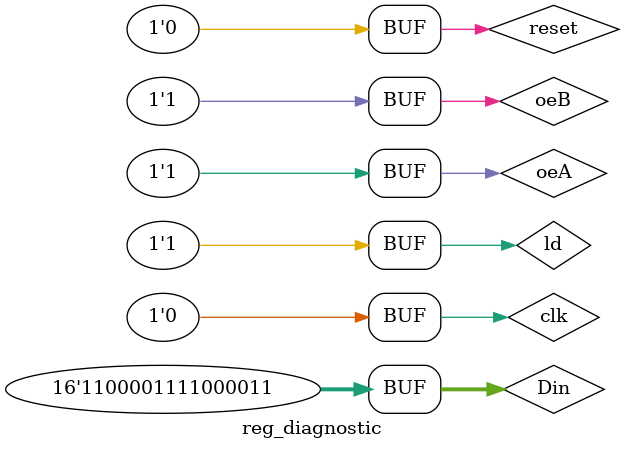
<source format=v>
`timescale 1ns / 1ps


module reg_diagnostic;

	// Inputs
	reg clk;
	reg reset;
	reg ld;
	reg [15:0] Din;
	reg oeA;
	reg oeB;

	// Outputs
	wire [15:0] DA;
	wire [15:0] DB;

	// Instantiate the Unit Under Test (UUT)
	reg16 uut (
		.clk(clk), 
		.reset(reset), 
		.ld(ld), 
		.Din(Din), 
		.DA(DA), 
		.DB(DB), 
		.oeA(oeA), 
		.oeB(oeB)
	);
	
	always begin
		clk = 1'b1;
		#10;
		clk = 1'b0;
		#10;
	end
	
	initial begin
		// Initialize Inputs
		reset = 1'b1;
		#10;
		
		reset = 1'b0;
		ld = 1;
		Din = 16'hAAAA;
		oeA = 1;
		oeB = 1;
		#30;
		
		reset = 1;
		oeA = 0;
		oeB = 0;
		ld = 0;
		#10;
		
		reset = 0;
		oeA = 1;
		oeB = 1;
		ld = 1;
		Din = 16'h5555;
		#30;
		oeA = 0;
		oeB = 0;
		ld = 0;
		#10;
		oeA = 1;
		oeB = 1;
		ld = 1;
		Din = 16'hC3C3;
		#30;
		
		/*Din = 16'h3C3C;
		#30;
		
		Din = 16'hCCCC;
		#30;
		
		Din = 16'h3333;
		#30;
		
		Din = 16'h0001;
		#30;
		
		Din = 16'h0002;
		#30;
		Din = 16'h0004;
		#30;
		Din = 16'h0008;
		#30;
		Din = 16'h0010;
		#30;
		Din = 16'h0020;
		#30;
		Din = 16'h0040;
		#30;
		Din = 16'h0080;
		#30;*/
	end
      
endmodule


</source>
